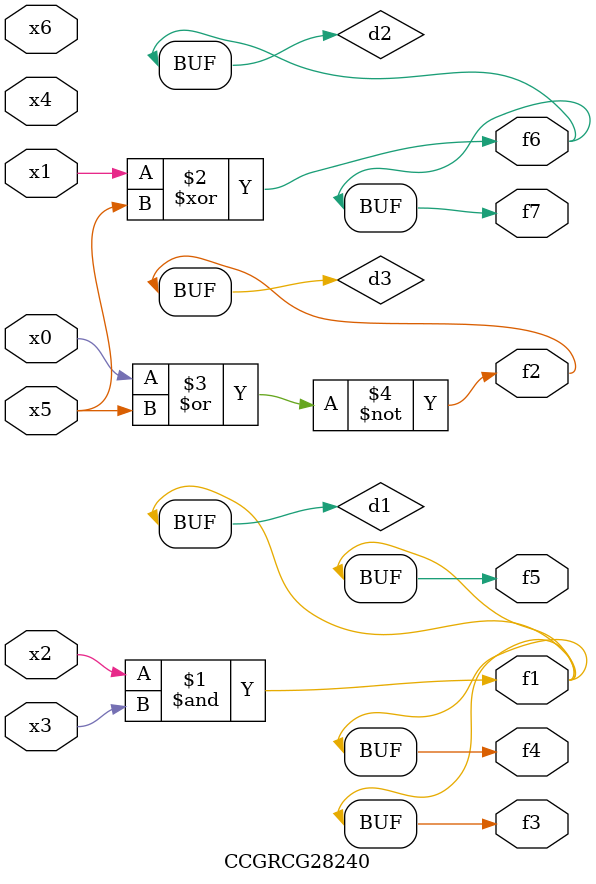
<source format=v>
module CCGRCG28240(
	input x0, x1, x2, x3, x4, x5, x6,
	output f1, f2, f3, f4, f5, f6, f7
);

	wire d1, d2, d3;

	and (d1, x2, x3);
	xor (d2, x1, x5);
	nor (d3, x0, x5);
	assign f1 = d1;
	assign f2 = d3;
	assign f3 = d1;
	assign f4 = d1;
	assign f5 = d1;
	assign f6 = d2;
	assign f7 = d2;
endmodule

</source>
